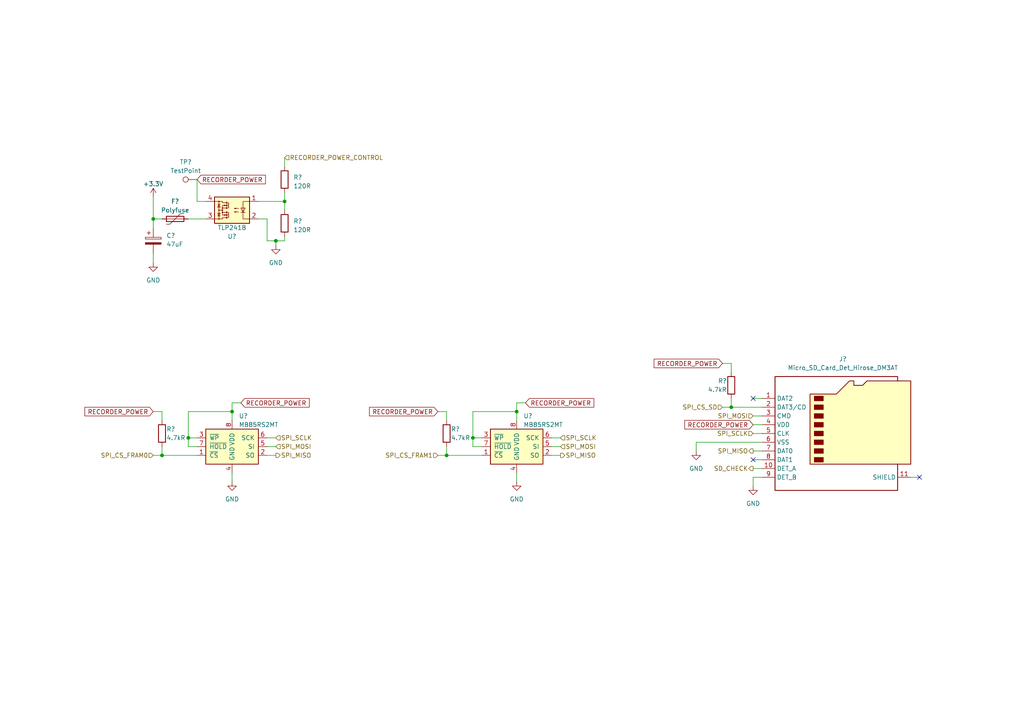
<source format=kicad_sch>
(kicad_sch (version 20230121) (generator eeschema)
  (paper "A4")
  (lib_symbols
    (symbol "Connector:Micro_SD_Card_Det_Hirose_DM3AT"
      (property "Reference" "J" (at -16.51 17.78 0))
      (property "Value" "Micro_SD_Card_Det_Hirose_DM3AT" (at 16.51 17.78 0))
      (symbol "Micro_SD_Card_Det_Hirose_DM3AT_0_1"
        (rectangle (start -7.62 -6.985) (end -5.08 -8.255) (stroke (width 0.254)) (fill (type outline)))
        (rectangle (start -7.62 -4.445) (end -5.08 -5.715) (stroke (width 0.254)) (fill (type outline)))
        (rectangle (start -7.62 -1.905) (end -5.08 -3.175) (stroke (width 0.254)) (fill (type outline)))
        (rectangle (start -7.62 0.635) (end -5.08 -0.635) (stroke (width 0.254)) (fill (type outline)))
        (rectangle (start -7.62 3.175) (end -5.08 1.905) (stroke (width 0.254)) (fill (type outline)))
        (rectangle (start -7.62 5.715) (end -5.08 4.445) (stroke (width 0.254)) (fill (type outline)))
        (rectangle (start -7.62 8.255) (end -5.08 6.985) (stroke (width 0.254)) (fill (type outline)))
        (rectangle (start -7.62 10.795) (end -5.08 9.525) (stroke (width 0.254)) (fill (type outline)))
        (polyline (pts (xy 16.51 15.24) (xy 16.51 16.51) (xy -19.05 16.51) (xy -19.05 -16.51) (xy 16.51 -16.51) (xy 16.51 -8.89)) (stroke (width 0.254)))
        (polyline (pts (xy -8.89 -8.89) (xy -8.89 11.43) (xy -1.27 11.43) (xy 2.54 15.24) (xy 3.81 15.24) (xy 3.81 13.97) (xy 6.35 13.97) (xy 7.62 15.24) (xy 20.32 15.24) (xy 20.32 -8.89) (xy -8.89 -8.89)) (stroke (width 0.254)) (fill (type background)))
      )
      (symbol "Micro_SD_Card_Det_Hirose_DM3AT_1_1"
        (pin bidirectional line (at -22.86 10.16 0) (length 3.81) (name "DAT2") (number "1"))
        (pin passive line (at -22.86 -10.16 0) (length 3.81) (name "DET_A") (number "10"))
        (pin passive line (at 20.32 -12.7 180) (length 3.81) (name "SHIELD") (number "11"))
        (pin bidirectional line (at -22.86 7.62 0) (length 3.81) (name "DAT3/CD") (number "2"))
        (pin input line (at -22.86 5.08 0) (length 3.81) (name "CMD") (number "3"))
        (pin power_in line (at -22.86 2.54 0) (length 3.81) (name "VDD") (number "4"))
        (pin input line (at -22.86 0 0) (length 3.81) (name "CLK") (number "5"))
        (pin power_in line (at -22.86 -2.54 0) (length 3.81) (name "VSS") (number "6"))
        (pin bidirectional line (at -22.86 -5.08 0) (length 3.81) (name "DAT0") (number "7"))
        (pin bidirectional line (at -22.86 -7.62 0) (length 3.81) (name "DAT1") (number "8"))
        (pin passive line (at -22.86 -12.7 0) (length 3.81) (name "DET_B") (number "9"))
      )
    )
    (symbol "Connector:TestPoint" (pin_numbers hide) (pin_names (offset 0.762) hide)
      (property "Reference" "TP" (at 0 6.858 0))
      (property "Value" "TestPoint" (at 0 5.08 0))
      (symbol "TestPoint_0_1"
        (circle (center 0 3.302) (radius 0.762))
      )
      (symbol "TestPoint_1_1"
        (pin passive line (at 0 0 90) (length 2.54) (name "1") (number "1"))
      )
    )
    (symbol "Device:C_Polarized" (pin_numbers hide) (pin_names (offset 0.254))
      (property "Reference" "C" (at 0.635 2.54 0))
      (property "Value" "C_Polarized" (at 0.635 -2.54 0))
      (symbol "C_Polarized_0_1"
        (rectangle (start -2.286 0.508) (end 2.286 1.016))
        (polyline (pts (xy -1.778 2.286) (xy -0.762 2.286)))
        (polyline (pts (xy -1.27 2.794) (xy -1.27 1.778)))
        (rectangle (start 2.286 -0.508) (end -2.286 -1.016) (fill (type outline)))
      )
      (symbol "C_Polarized_1_1"
        (pin passive line (at 0 3.81 270) (length 2.794) (name "~") (number "1"))
        (pin passive line (at 0 -3.81 90) (length 2.794) (name "~") (number "2"))
      )
    )
    (symbol "Device:Polyfuse" (pin_numbers hide) (pin_names (offset 0))
      (property "Reference" "F" (at -2.54 0 90))
      (property "Value" "Polyfuse" (at 2.54 0 90))
      (symbol "Polyfuse_0_1"
        (rectangle (start -0.762 2.54) (end 0.762 -2.54) (stroke (width 0.254)))
        (polyline (pts (xy 0 2.54) (xy 0 -2.54)))
        (polyline (pts (xy -1.524 2.54) (xy -1.524 1.524) (xy 1.524 -1.524) (xy 1.524 -2.54)))
      )
      (symbol "Polyfuse_1_1"
        (pin passive line (at 0 3.81 270) (length 1.27) (name "~") (number "1"))
        (pin passive line (at 0 -3.81 90) (length 1.27) (name "~") (number "2"))
      )
    )
    (symbol "Device:R" (pin_numbers hide) (pin_names (offset 0))
      (property "Reference" "R" (at 2.032 0 90))
      (property "Value" "R" (at 0 0 90))
      (symbol "R_0_1"
        (rectangle (start -1.016 -2.54) (end 1.016 2.54) (stroke (width 0.254)))
      )
      (symbol "R_1_1"
        (pin passive line (at 0 3.81 270) (length 1.27) (name "~") (number "1"))
        (pin passive line (at 0 -3.81 90) (length 1.27) (name "~") (number "2"))
      )
    )
    (symbol "Memory_NVRAM:MB85RS2MT" (pin_names (offset 1.016))
      (property "Reference" "U" (at -7.62 6.35 0))
      (property "Value" "MB85RS2MT" (at 1.27 6.35 0))
      (symbol "MB85RS2MT_0_1"
        (rectangle (start -7.62 5.08) (end 7.62 -5.08) (stroke (width 0.254)) (fill (type background)))
      )
      (symbol "MB85RS2MT_1_1"
        (pin input line (at -10.16 -2.54 0) (length 2.54) (name "~{CS}") (number "1"))
        (pin output line (at 10.16 -2.54 180) (length 2.54) (name "SO") (number "2"))
        (pin input line (at -10.16 2.54 0) (length 2.54) (name "~{WP}") (number "3"))
        (pin power_in line (at 0 -7.62 90) (length 2.54) (name "GND") (number "4"))
        (pin input line (at 10.16 0 180) (length 2.54) (name "SI") (number "5"))
        (pin input line (at 10.16 2.54 180) (length 2.54) (name "SCK") (number "6"))
        (pin input line (at -10.16 0 0) (length 2.54) (name "~{HOLD}") (number "7"))
        (pin power_in line (at 0 7.62 270) (length 2.54) (name "VDD") (number "8"))
      )
    )
    (symbol "Relay_SolidState:TLP222A"
      (property "Reference" "U" (at -5.08 5.08 0))
      (property "Value" "TLP222A" (at 0 5.08 0))
      (symbol "TLP222A_0_1"
        (rectangle (start -5.08 3.81) (end 5.08 -3.81) (stroke (width 0.254)) (fill (type background)))
        (polyline (pts (xy -3.81 -0.635) (xy -2.54 -0.635)))
        (polyline (pts (xy 1.016 -0.635) (xy 1.016 -2.159)) (stroke (width 0.2032)))
        (polyline (pts (xy 1.016 2.159) (xy 1.016 0.635)) (stroke (width 0.2032)))
        (polyline (pts (xy 1.524 -0.508) (xy 1.524 -0.762)) (stroke (width 0.3556)))
        (polyline (pts (xy 2.794 0) (xy 3.81 0)))
        (polyline (pts (xy 3.429 -1.651) (xy 4.191 -1.651)))
        (polyline (pts (xy 3.429 1.651) (xy 4.191 1.651)))
        (polyline (pts (xy 3.81 -2.54) (xy 3.81 2.54)))
        (polyline (pts (xy 1.524 -2.032) (xy 1.524 -2.286) (xy 1.524 -2.286)) (stroke (width 0.3556)))
        (polyline (pts (xy 1.524 -1.27) (xy 1.524 -1.524) (xy 1.524 -1.524)) (stroke (width 0.3556)))
        (polyline (pts (xy 1.524 0.762) (xy 1.524 0.508) (xy 1.524 0.508)) (stroke (width 0.3556)))
        (polyline (pts (xy 1.524 1.524) (xy 1.524 1.27) (xy 1.524 1.27)) (stroke (width 0.3556)))
        (polyline (pts (xy 1.524 2.286) (xy 1.524 2.032) (xy 1.524 2.032)) (stroke (width 0.3556)))
        (polyline (pts (xy 1.651 -1.397) (xy 2.794 -1.397) (xy 2.794 -0.635)))
        (polyline (pts (xy 1.651 1.397) (xy 2.794 1.397) (xy 2.794 0.635)))
        (polyline (pts (xy -5.08 2.54) (xy -3.175 2.54) (xy -3.175 -2.54) (xy -5.08 -2.54)))
        (polyline (pts (xy -3.175 -0.635) (xy -3.81 0.635) (xy -2.54 0.635) (xy -3.175 -0.635)))
        (polyline (pts (xy 1.651 -2.159) (xy 2.794 -2.159) (xy 2.794 -2.54) (xy 5.08 -2.54)))
        (polyline (pts (xy 1.651 -0.635) (xy 2.794 -0.635) (xy 2.794 0.635) (xy 1.651 0.635)))
        (polyline (pts (xy 1.651 2.159) (xy 2.794 2.159) (xy 2.794 2.54) (xy 5.08 2.54)))
        (polyline (pts (xy 1.778 -1.397) (xy 2.286 -1.27) (xy 2.286 -1.524) (xy 1.778 -1.397)))
        (polyline (pts (xy 1.778 1.397) (xy 2.286 1.524) (xy 2.286 1.27) (xy 1.778 1.397)))
        (polyline (pts (xy 3.81 -1.651) (xy 3.429 -0.889) (xy 4.191 -0.889) (xy 3.81 -1.651)))
        (polyline (pts (xy 3.81 1.651) (xy 3.429 0.889) (xy 4.191 0.889) (xy 3.81 1.651)))
        (polyline (pts (xy -1.905 -0.508) (xy -0.635 -0.508) (xy -1.016 -0.635) (xy -1.016 -0.381) (xy -0.635 -0.508)))
        (polyline (pts (xy -1.905 0.508) (xy -0.635 0.508) (xy -1.016 0.381) (xy -1.016 0.635) (xy -0.635 0.508)))
        (circle (center 2.794 -0.635) (radius 0.127))
        (circle (center 2.794 0) (radius 0.127))
        (circle (center 2.794 0.635) (radius 0.127))
        (circle (center 3.81 -2.54) (radius 0.127))
        (circle (center 3.81 0) (radius 0.127))
        (circle (center 3.81 2.54) (radius 0.127))
      )
      (symbol "TLP222A_1_1"
        (pin passive line (at -7.62 2.54 0) (length 2.54) (name "~") (number "1"))
        (pin passive line (at -7.62 -2.54 0) (length 2.54) (name "~") (number "2"))
        (pin passive line (at 7.62 -2.54 180) (length 2.54) (name "~") (number "3"))
        (pin passive line (at 7.62 2.54 180) (length 2.54) (name "~") (number "4"))
      )
    )
    (symbol "power:+3.3V" (power) (pin_names (offset 0))
      (property "Value" "+3.3V" (at 0 3.556 0))
      (symbol "+3.3V_0_1"
        (polyline (pts (xy -0.762 1.27) (xy 0 2.54)))
        (polyline (pts (xy 0 0) (xy 0 2.54)))
        (polyline (pts (xy 0 2.54) (xy 0.762 1.27)))
      )
      (symbol "+3.3V_1_1"
        (pin power_in line (at 0 0 90) (length 0) hide (name "+3.3V") (number "1"))
      )
    )
    (symbol "power:GND" (power) (pin_names (offset 0))
      (property "Value" "GND" (at 0 -3.81 0))
      (symbol "GND_0_1"
        (polyline (pts (xy 0 0) (xy 0 -1.27) (xy 1.27 -1.27) (xy 0 -2.54) (xy -1.27 -1.27) (xy 0 -1.27)))
      )
      (symbol "GND_1_1"
        (pin power_in line (at 0 0 270) (length 0) hide (name "GND") (number "1"))
      )
    )
  )
  (junction (at 54.61 127))
  (junction (at 80.01 69.85))
  (junction (at 137.16 127))
  (junction (at 46.99 132.08))
  (junction (at 44.45 63.5))
  (junction (at 129.54 132.08))
  (junction (at 212.09 118.11))
  (junction (at 82.55 58.42))
  (junction (at 67.31 119.38))
  (junction (at 149.86 119.38))
  (no_connect (at 218.44 133.35))
  (no_connect (at 218.44 115.57))
  (no_connect (at 266.7 138.43))
  (wire (pts (xy 218.44 115.57) (xy 220.98 115.57)))
  (wire (pts (xy 218.44 123.19) (xy 220.98 123.19)))
  (wire (pts (xy 82.55 45.72) (xy 82.55 48.26)))
  (wire (pts (xy 137.16 127) (xy 137.16 129.54)))
  (wire (pts (xy 57.15 129.54) (xy 54.61 129.54)))
  (wire (pts (xy 129.54 132.08) (xy 139.7 132.08)))
  (wire (pts (xy 80.01 69.85) (xy 80.01 71.12)))
  (wire (pts (xy 77.47 132.08) (xy 80.01 132.08)))
  (wire (pts (xy 212.09 115.57) (xy 212.09 118.11)))
  (wire (pts (xy 127 132.08) (xy 129.54 132.08)))
  (wire (pts (xy 218.44 125.73) (xy 220.98 125.73)))
  (wire (pts (xy 201.93 128.27) (xy 220.98 128.27)))
  (wire (pts (xy 57.15 127) (xy 54.61 127)))
  (wire (pts (xy 46.99 129.54) (xy 46.99 132.08)))
  (wire (pts (xy 201.93 130.81) (xy 201.93 128.27)))
  (wire (pts (xy 44.45 119.38) (xy 46.99 119.38)))
  (wire (pts (xy 139.7 129.54) (xy 137.16 129.54)))
  (wire (pts (xy 44.45 63.5) (xy 44.45 66.04)))
  (wire (pts (xy 54.61 63.5) (xy 59.69 63.5)))
  (wire (pts (xy 46.99 119.38) (xy 46.99 121.92)))
  (wire (pts (xy 77.47 127) (xy 80.01 127)))
  (wire (pts (xy 54.61 127) (xy 54.61 119.38)))
  (wire (pts (xy 44.45 73.66) (xy 44.45 76.2)))
  (wire (pts (xy 57.15 52.07) (xy 57.15 58.42)))
  (wire (pts (xy 212.09 118.11) (xy 220.98 118.11)))
  (wire (pts (xy 77.47 69.85) (xy 80.01 69.85)))
  (wire (pts (xy 67.31 119.38) (xy 67.31 121.92)))
  (wire (pts (xy 218.44 130.81) (xy 220.98 130.81)))
  (wire (pts (xy 160.02 127) (xy 162.56 127)))
  (wire (pts (xy 209.55 105.41) (xy 212.09 105.41)))
  (wire (pts (xy 127 119.38) (xy 129.54 119.38)))
  (wire (pts (xy 218.44 135.89) (xy 220.98 135.89)))
  (wire (pts (xy 44.45 57.15) (xy 44.45 63.5)))
  (wire (pts (xy 77.47 129.54) (xy 80.01 129.54)))
  (wire (pts (xy 160.02 129.54) (xy 162.56 129.54)))
  (wire (pts (xy 82.55 55.88) (xy 82.55 58.42)))
  (wire (pts (xy 137.16 119.38) (xy 149.86 119.38)))
  (wire (pts (xy 67.31 137.16) (xy 67.31 139.7)))
  (wire (pts (xy 54.61 119.38) (xy 67.31 119.38)))
  (wire (pts (xy 129.54 119.38) (xy 129.54 121.92)))
  (wire (pts (xy 67.31 116.84) (xy 67.31 119.38)))
  (wire (pts (xy 74.93 63.5) (xy 77.47 63.5)))
  (wire (pts (xy 149.86 116.84) (xy 149.86 119.38)))
  (wire (pts (xy 82.55 58.42) (xy 74.93 58.42)))
  (wire (pts (xy 209.55 118.11) (xy 212.09 118.11)))
  (wire (pts (xy 129.54 129.54) (xy 129.54 132.08)))
  (wire (pts (xy 80.01 69.85) (xy 82.55 69.85)))
  (wire (pts (xy 212.09 105.41) (xy 212.09 107.95)))
  (wire (pts (xy 57.15 58.42) (xy 59.69 58.42)))
  (wire (pts (xy 82.55 69.85) (xy 82.55 68.58)))
  (wire (pts (xy 160.02 132.08) (xy 162.56 132.08)))
  (wire (pts (xy 264.16 138.43) (xy 266.7 138.43)))
  (wire (pts (xy 139.7 127) (xy 137.16 127)))
  (wire (pts (xy 218.44 120.65) (xy 220.98 120.65)))
  (wire (pts (xy 69.85 116.84) (xy 67.31 116.84)))
  (wire (pts (xy 44.45 63.5) (xy 46.99 63.5)))
  (wire (pts (xy 149.86 137.16) (xy 149.86 139.7)))
  (wire (pts (xy 54.61 127) (xy 54.61 129.54)))
  (wire (pts (xy 152.4 116.84) (xy 149.86 116.84)))
  (wire (pts (xy 77.47 63.5) (xy 77.47 69.85)))
  (wire (pts (xy 218.44 133.35) (xy 220.98 133.35)))
  (wire (pts (xy 44.45 132.08) (xy 46.99 132.08)))
  (wire (pts (xy 218.44 138.43) (xy 220.98 138.43)))
  (wire (pts (xy 137.16 127) (xy 137.16 119.38)))
  (wire (pts (xy 82.55 58.42) (xy 82.55 60.96)))
  (wire (pts (xy 149.86 119.38) (xy 149.86 121.92)))
  (wire (pts (xy 46.99 132.08) (xy 57.15 132.08)))
  (wire (pts (xy 218.44 138.43) (xy 218.44 140.97)))
  (global_label "RECORDER_POWER" (shape input) (at 127 119.38 180) (property "Intersheetrefs" "${INTERSHEET_REFS}" (effects hide)))
  (global_label "RECORDER_POWER" (shape input) (at 69.85 116.84 0) (property "Intersheetrefs" "${INTERSHEET_REFS}" (effects hide)))
  (global_label "RECORDER_POWER" (shape input) (at 57.15 52.07 0) (property "Intersheetrefs" "${INTERSHEET_REFS}" (effects hide)))
  (global_label "RECORDER_POWER" (shape input) (at 209.55 105.41 180) (property "Intersheetrefs" "${INTERSHEET_REFS}" (effects hide)))
  (global_label "RECORDER_POWER" (shape input) (at 44.45 119.38 180) (property "Intersheetrefs" "${INTERSHEET_REFS}" (effects hide)))
  (global_label "RECORDER_POWER" (shape input) (at 152.4 116.84 0) (property "Intersheetrefs" "${INTERSHEET_REFS}" (effects hide)))
  (global_label "RECORDER_POWER" (shape input) (at 218.44 123.19 180) (property "Intersheetrefs" "${INTERSHEET_REFS}" (effects hide)))
  (hierarchical_label "SPI_CS_SD" (shape input) (at 209.55 118.11 180))
  (hierarchical_label "SPI_MOSI" (shape input) (at 162.56 129.54 0))
  (hierarchical_label "SPI_MISO" (shape output) (at 162.56 132.08 0))
  (hierarchical_label "SPI_SCLK" (shape input) (at 218.44 125.73 180))
  (hierarchical_label "SPI_SCLK" (shape input) (at 80.01 127 0))
  (hierarchical_label "SD_CHECK" (shape output) (at 218.44 135.89 180))
  (hierarchical_label "SPI_MISO" (shape output) (at 218.44 130.81 180))
  (hierarchical_label "SPI_MOSI" (shape input) (at 80.01 129.54 0))
  (hierarchical_label "SPI_MISO" (shape output) (at 80.01 132.08 0))
  (hierarchical_label "SPI_MOSI" (shape input) (at 218.44 120.65 180))
  (hierarchical_label "SPI_CS_FRAM0" (shape input) (at 44.45 132.08 180))
  (hierarchical_label "SPI_CS_FRAM1" (shape input) (at 127 132.08 180))
  (hierarchical_label "SPI_SCLK" (shape input) (at 162.56 127 0))
  (hierarchical_label "RECORDER_POWER_CONTROL" (shape input) (at 82.55 45.72 0))
  (symbol (lib_id "Device:R") (at 129.54 125.73 0) (unit 1)
    (property "Reference" "R?" (at 130.81 124.46 0) (effects (justify left)))
    (property "Value" "4.7kR" (at 130.81 127 0) (effects (justify left)))
    (property "Footprint" "Resistor_SMD:R_0603_1608Metric_Pad0.98x0.95mm_HandSolder" (effects hide))
    (instances (project "SensingModule" (path "" (reference "R?") (unit 1)) (path "" (reference "R13") (unit 1))))
  )
  (symbol (lib_id "power:+3.3V") (at 44.45 57.15 0) (unit 1)
    (property "Reference" "#PWR?" (effects hide))
    (property "Value" "+3.3V" (at 44.45 53.34 0))
    (instances (project "SensingModule" (path "" (reference "#PWR?") (unit 1)) (path "" (reference "#PWR046") (unit 1))))
  )
  (symbol (lib_id "power:GND") (at 80.01 71.12 0) (unit 1)
    (property "Reference" "#PWR?" (effects hide))
    (property "Value" "GND" (at 80.01 76.2 0))
    (instances (project "SensingModule" (path "" (reference "#PWR?") (unit 1)) (path "" (reference "#PWR050") (unit 1))))
  )
  (symbol (lib_id "Device:R") (at 46.99 125.73 0) (unit 1)
    (property "Reference" "R?" (at 48.26 124.46 0) (effects (justify left)))
    (property "Value" "4.7kR" (at 48.26 127 0) (effects (justify left)))
    (property "Footprint" "Resistor_SMD:R_0603_1608Metric_Pad0.98x0.95mm_HandSolder" (effects hide))
    (instances (project "SensingModule" (path "" (reference "R?") (unit 1)) (path "" (reference "R12") (unit 1))))
  )
  (symbol (lib_id "Connector:TestPoint") (at 57.15 52.07 90) (unit 1)
    (property "Reference" "TP?" (at 53.848 46.99 90))
    (property "Value" "TestPoint" (at 53.848 49.53 90))
    (property "Footprint" "Connector_Pin:Pin_D1.0mm_L10.0mm" (effects hide))
    (instances (project "SensingModule" (path "" (reference "TP?") (unit 1)) (path "" (reference "TP3") (unit 1))))
  )
  (symbol (lib_id "power:GND") (at 218.44 140.97 0) (unit 1)
    (property "Reference" "#PWR?" (effects hide))
    (property "Value" "GND" (at 218.44 146.05 0))
    (instances (project "SensingModule" (path "" (reference "#PWR?") (unit 1)) (path "" (reference "#PWR055") (unit 1))))
  )
  (symbol (lib_id "power:GND") (at 44.45 76.2 0) (unit 1)
    (property "Reference" "#PWR?" (effects hide))
    (property "Value" "GND" (at 44.45 81.28 0))
    (instances (project "SensingModule" (path "" (reference "#PWR?") (unit 1)) (path "" (reference "#PWR047") (unit 1))))
  )
  (symbol (lib_id "power:GND") (at 149.86 139.7 0) (unit 1)
    (property "Reference" "#PWR?" (effects hide))
    (property "Value" "GND" (at 149.86 144.78 0))
    (instances (project "SensingModule" (path "" (reference "#PWR?") (unit 1)) (path "" (reference "#PWR052") (unit 1))))
  )
  (symbol (lib_id "Connector:Micro_SD_Card_Det_Hirose_DM3AT") (at 243.84 125.73 0) (unit 1)
    (property "Reference" "J?" (at 244.475 104.14 0))
    (property "Value" "Micro_SD_Card_Det_Hirose_DM3AT" (at 244.475 106.68 0))
    (property "Footprint" "Connector_Card:microSD_HC_Hirose_DM3AT-SF-PEJM5" (effects hide))
    (property "Datasheet" "https://www.hirose.com/product/en/download_file/key_name/DM3/category/Catalog/doc_file_id/49662/?file_category_id=4&item_id=195&is_series=1" (effects hide))
    (instances (project "SensingModule" (path "" (reference "J?") (unit 1)) (path "" (reference "J4") (unit 1))))
  )
  (symbol (lib_id "Memory_NVRAM:MB85RS2MT") (at 149.86 129.54 0) (unit 1)
    (property "Reference" "U?" (at 151.8159 120.65 0) (effects (justify left)))
    (property "Value" "MB85RS2MT" (at 151.8159 123.19 0) (effects (justify left)))
    (property "Footprint" "Package_DIP:DIP-8_W7.62mm" (effects hide))
    (property "Datasheet" "http://www.fujitsu.com/downloads/MICRO/fsa/pdf/products/memory/fram/MB85RS16-DS501-00014-6v0-E.pdf" (effects hide))
    (instances (project "SensingModule" (path "" (reference "U?") (unit 1)) (path "" (reference "U7") (unit 1))))
  )
  (symbol (lib_id "Device:R") (at 82.55 64.77 0) (unit 1)
    (property "Reference" "R?" (at 85.09 64.135 0) (effects (justify left)))
    (property "Value" "120R" (at 85.09 66.675 0) (effects (justify left)))
    (property "Footprint" "Resistor_SMD:R_0603_1608Metric_Pad0.98x0.95mm_HandSolder" (effects hide))
    (instances (project "SensingModule" (path "" (reference "R?") (unit 1)) (path "" (reference "R6") (unit 1))))
  )
  (symbol (lib_id "Device:R") (at 212.09 111.76 0) (mirror y) (unit 1)
    (property "Reference" "R?" (at 210.82 110.49 0) (effects (justify left)))
    (property "Value" "4.7kR" (at 210.82 113.03 0) (effects (justify left)))
    (property "Footprint" "Resistor_SMD:R_0603_1608Metric_Pad0.98x0.95mm_HandSolder" (effects hide))
    (instances (project "SensingModule" (path "" (reference "R?") (unit 1)) (path "" (reference "R14") (unit 1))))
  )
  (symbol (lib_id "Relay_SolidState:TLP222A") (at 67.31 60.96 0) (mirror y) (unit 1)
    (property "Reference" "U?" (at 67.31 68.58 0))
    (property "Value" "TLP241B" (at 67.31 66.04 0))
    (property "Footprint" "Package_DIP:DIP-4_W7.62mm" (effects hide))
    (property "Datasheet" "https://toshiba.semicon-storage.com/info/docget.jsp?did=17036&prodName=TLP222A" (effects hide))
    (instances (project "SensingModule" (path "" (reference "U?") (unit 1)) (path "" (reference "U4") (unit 1))))
  )
  (symbol (lib_id "Memory_NVRAM:MB85RS2MT") (at 67.31 129.54 0) (unit 1)
    (property "Reference" "U?" (at 69.2659 120.65 0) (effects (justify left)))
    (property "Value" "MB85RS2MT" (at 69.2659 123.19 0) (effects (justify left)))
    (property "Footprint" "Package_DIP:DIP-8_W7.62mm" (effects hide))
    (property "Datasheet" "http://www.fujitsu.com/downloads/MICRO/fsa/pdf/products/memory/fram/MB85RS16-DS501-00014-6v0-E.pdf" (effects hide))
    (instances (project "SensingModule" (path "" (reference "U?") (unit 1)) (path "" (reference "U6") (unit 1))))
  )
  (symbol (lib_id "power:GND") (at 67.31 139.7 0) (unit 1)
    (property "Reference" "#PWR?" (effects hide))
    (property "Value" "GND" (at 67.31 144.78 0))
    (instances (project "SensingModule" (path "" (reference "#PWR?") (unit 1)) (path "" (reference "#PWR049") (unit 1))))
  )
  (symbol (lib_id "power:GND") (at 201.93 130.81 0) (unit 1)
    (property "Reference" "#PWR?" (effects hide))
    (property "Value" "GND" (at 201.93 135.89 0))
    (instances (project "SensingModule" (path "" (reference "#PWR?") (unit 1)) (path "" (reference "#PWR053") (unit 1))))
  )
  (symbol (lib_id "Device:C_Polarized") (at 44.45 69.85 0) (unit 1)
    (property "Reference" "C?" (at 48.26 68.326 0) (effects (justify left)))
    (property "Value" "47uF" (at 48.26 70.866 0) (effects (justify left)))
    (property "Footprint" "Capacitor_SMD:CP_Elec_6.3x5.9" (effects hide))
    (instances (project "SensingModule" (path "" (reference "C?") (unit 1)) (path "" (reference "C3") (unit 1))))
  )
  (symbol (lib_id "Device:Polyfuse") (at 50.8 63.5 90) (unit 1)
    (property "Reference" "F?" (at 50.8 58.42 90))
    (property "Value" "Polyfuse" (at 50.8 60.96 90))
    (property "Footprint" "Fuse:Fuse_1206_3216Metric_Pad1.42x1.75mm_HandSolder" (effects hide))
    (instances (project "SensingModule" (path "" (reference "F?") (unit 1)) (path "" (reference "F1") (unit 1))))
  )
  (symbol (lib_id "Device:R") (at 82.55 52.07 0) (unit 1)
    (property "Reference" "R?" (at 85.09 51.435 0) (effects (justify left)))
    (property "Value" "120R" (at 85.09 53.975 0) (effects (justify left)))
    (property "Footprint" "Resistor_SMD:R_0603_1608Metric_Pad0.98x0.95mm_HandSolder" (effects hide))
    (instances (project "SensingModule" (path "" (reference "R?") (unit 1)) (path "" (reference "R8") (unit 1))))
  )
)
</source>
